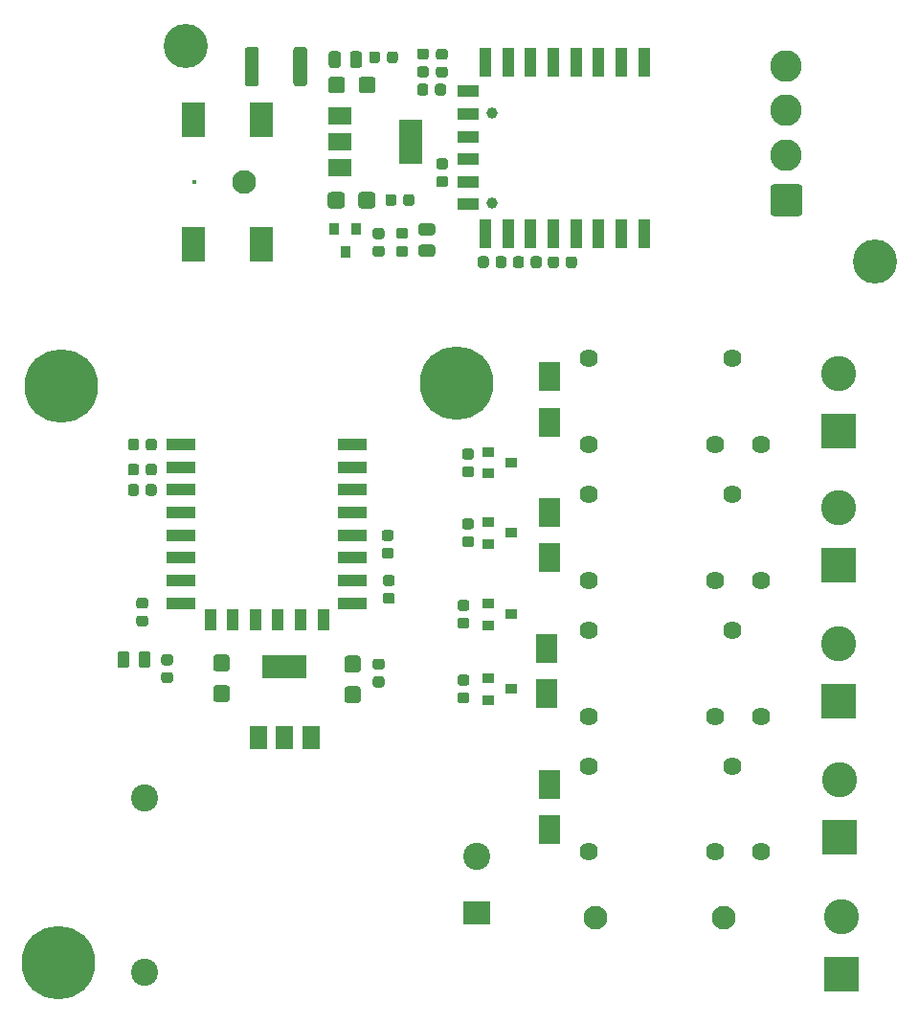
<source format=gbr>
G04 #@! TF.GenerationSoftware,KiCad,Pcbnew,(5.1.6)-1*
G04 #@! TF.CreationDate,2021-01-22T22:35:21+07:00*
G04 #@! TF.ProjectId,penelize-esp-led-strip,70656e65-6c69-47a6-952d-6573702d6c65,rev?*
G04 #@! TF.SameCoordinates,Original*
G04 #@! TF.FileFunction,Soldermask,Top*
G04 #@! TF.FilePolarity,Negative*
%FSLAX46Y46*%
G04 Gerber Fmt 4.6, Leading zero omitted, Abs format (unit mm)*
G04 Created by KiCad (PCBNEW (5.1.6)-1) date 2021-01-22 22:35:21*
%MOMM*%
%LPD*%
G01*
G04 APERTURE LIST*
%ADD10R,1.900000X2.600000*%
%ADD11C,6.500000*%
%ADD12C,0.900000*%
%ADD13C,3.100000*%
%ADD14R,3.100000X3.100000*%
%ADD15C,2.400000*%
%ADD16R,2.400000X2.100000*%
%ADD17R,3.900000X2.100000*%
%ADD18R,1.600000X2.100000*%
%ADD19R,2.600000X1.100000*%
%ADD20R,1.100000X1.900000*%
%ADD21C,2.100000*%
%ADD22C,1.624000*%
%ADD23R,1.000000X0.900000*%
%ADD24C,3.900000*%
%ADD25O,0.400000X0.400000*%
%ADD26R,2.100000X3.100000*%
%ADD27C,2.800000*%
%ADD28C,1.000000*%
%ADD29R,0.900000X1.000000*%
%ADD30R,2.100000X3.900000*%
%ADD31R,2.100000X1.600000*%
%ADD32R,1.100000X2.600000*%
%ADD33R,1.900000X1.100000*%
G04 APERTURE END LIST*
G04 #@! TO.C,C1*
G36*
G01*
X97475000Y-92118750D02*
X97475000Y-92681250D01*
G75*
G02*
X97231250Y-92925000I-243750J0D01*
G01*
X96743750Y-92925000D01*
G75*
G02*
X96500000Y-92681250I0J243750D01*
G01*
X96500000Y-92118750D01*
G75*
G02*
X96743750Y-91875000I243750J0D01*
G01*
X97231250Y-91875000D01*
G75*
G02*
X97475000Y-92118750I0J-243750D01*
G01*
G37*
G36*
G01*
X95900000Y-92118750D02*
X95900000Y-92681250D01*
G75*
G02*
X95656250Y-92925000I-243750J0D01*
G01*
X95168750Y-92925000D01*
G75*
G02*
X94925000Y-92681250I0J243750D01*
G01*
X94925000Y-92118750D01*
G75*
G02*
X95168750Y-91875000I243750J0D01*
G01*
X95656250Y-91875000D01*
G75*
G02*
X95900000Y-92118750I0J-243750D01*
G01*
G37*
G04 #@! TD*
G04 #@! TO.C,C2*
G36*
G01*
X117381250Y-110087500D02*
X116818750Y-110087500D01*
G75*
G02*
X116575000Y-109843750I0J243750D01*
G01*
X116575000Y-109356250D01*
G75*
G02*
X116818750Y-109112500I243750J0D01*
G01*
X117381250Y-109112500D01*
G75*
G02*
X117625000Y-109356250I0J-243750D01*
G01*
X117625000Y-109843750D01*
G75*
G02*
X117381250Y-110087500I-243750J0D01*
G01*
G37*
G36*
G01*
X117381250Y-111662500D02*
X116818750Y-111662500D01*
G75*
G02*
X116575000Y-111418750I0J243750D01*
G01*
X116575000Y-110931250D01*
G75*
G02*
X116818750Y-110687500I243750J0D01*
G01*
X117381250Y-110687500D01*
G75*
G02*
X117625000Y-110931250I0J-243750D01*
G01*
X117625000Y-111418750D01*
G75*
G02*
X117381250Y-111662500I-243750J0D01*
G01*
G37*
G04 #@! TD*
G04 #@! TO.C,C3*
G36*
G01*
X115256482Y-110350000D02*
X114343518Y-110350000D01*
G75*
G02*
X114075000Y-110081482I0J268518D01*
G01*
X114075000Y-109118518D01*
G75*
G02*
X114343518Y-108850000I268518J0D01*
G01*
X115256482Y-108850000D01*
G75*
G02*
X115525000Y-109118518I0J-268518D01*
G01*
X115525000Y-110081482D01*
G75*
G02*
X115256482Y-110350000I-268518J0D01*
G01*
G37*
G36*
G01*
X115256482Y-113050000D02*
X114343518Y-113050000D01*
G75*
G02*
X114075000Y-112781482I0J268518D01*
G01*
X114075000Y-111818518D01*
G75*
G02*
X114343518Y-111550000I268518J0D01*
G01*
X115256482Y-111550000D01*
G75*
G02*
X115525000Y-111818518I0J-268518D01*
G01*
X115525000Y-112781482D01*
G75*
G02*
X115256482Y-113050000I-268518J0D01*
G01*
G37*
G04 #@! TD*
G04 #@! TO.C,C4*
G36*
G01*
X102743518Y-108750000D02*
X103656482Y-108750000D01*
G75*
G02*
X103925000Y-109018518I0J-268518D01*
G01*
X103925000Y-109981482D01*
G75*
G02*
X103656482Y-110250000I-268518J0D01*
G01*
X102743518Y-110250000D01*
G75*
G02*
X102475000Y-109981482I0J268518D01*
G01*
X102475000Y-109018518D01*
G75*
G02*
X102743518Y-108750000I268518J0D01*
G01*
G37*
G36*
G01*
X102743518Y-111450000D02*
X103656482Y-111450000D01*
G75*
G02*
X103925000Y-111718518I0J-268518D01*
G01*
X103925000Y-112681482D01*
G75*
G02*
X103656482Y-112950000I-268518J0D01*
G01*
X102743518Y-112950000D01*
G75*
G02*
X102475000Y-112681482I0J268518D01*
G01*
X102475000Y-111718518D01*
G75*
G02*
X102743518Y-111450000I268518J0D01*
G01*
G37*
G04 #@! TD*
G04 #@! TO.C,C5*
G36*
G01*
X95918750Y-103725000D02*
X96481250Y-103725000D01*
G75*
G02*
X96725000Y-103968750I0J-243750D01*
G01*
X96725000Y-104456250D01*
G75*
G02*
X96481250Y-104700000I-243750J0D01*
G01*
X95918750Y-104700000D01*
G75*
G02*
X95675000Y-104456250I0J243750D01*
G01*
X95675000Y-103968750D01*
G75*
G02*
X95918750Y-103725000I243750J0D01*
G01*
G37*
G36*
G01*
X95918750Y-105300000D02*
X96481250Y-105300000D01*
G75*
G02*
X96725000Y-105543750I0J-243750D01*
G01*
X96725000Y-106031250D01*
G75*
G02*
X96481250Y-106275000I-243750J0D01*
G01*
X95918750Y-106275000D01*
G75*
G02*
X95675000Y-106031250I0J243750D01*
G01*
X95675000Y-105543750D01*
G75*
G02*
X95918750Y-105300000I243750J0D01*
G01*
G37*
G04 #@! TD*
G04 #@! TO.C,D1*
G36*
G01*
X93987500Y-109681250D02*
X93987500Y-108718750D01*
G75*
G02*
X94256250Y-108450000I268750J0D01*
G01*
X94793750Y-108450000D01*
G75*
G02*
X95062500Y-108718750I0J-268750D01*
G01*
X95062500Y-109681250D01*
G75*
G02*
X94793750Y-109950000I-268750J0D01*
G01*
X94256250Y-109950000D01*
G75*
G02*
X93987500Y-109681250I0J268750D01*
G01*
G37*
G36*
G01*
X95862500Y-109681250D02*
X95862500Y-108718750D01*
G75*
G02*
X96131250Y-108450000I268750J0D01*
G01*
X96668750Y-108450000D01*
G75*
G02*
X96937500Y-108718750I0J-268750D01*
G01*
X96937500Y-109681250D01*
G75*
G02*
X96668750Y-109950000I-268750J0D01*
G01*
X96131250Y-109950000D01*
G75*
G02*
X95862500Y-109681250I0J268750D01*
G01*
G37*
G04 #@! TD*
D10*
G04 #@! TO.C,D2*
X132000000Y-112200000D03*
X132000000Y-108200000D03*
G04 #@! TD*
G04 #@! TO.C,D3*
X132200000Y-84200000D03*
X132200000Y-88200000D03*
G04 #@! TD*
G04 #@! TO.C,D4*
X132200000Y-124200000D03*
X132200000Y-120200000D03*
G04 #@! TD*
G04 #@! TO.C,D5*
X132200000Y-96200000D03*
X132200000Y-100200000D03*
G04 #@! TD*
D11*
G04 #@! TO.C,H1*
X88800000Y-136000000D03*
D12*
X91200000Y-136000000D03*
X90497056Y-137697056D03*
X88800000Y-138400000D03*
X87102944Y-137697056D03*
X86400000Y-136000000D03*
X87102944Y-134302944D03*
X88800000Y-133600000D03*
X90497056Y-134302944D03*
G04 #@! TD*
G04 #@! TO.C,H2*
X125697056Y-83102944D03*
X124000000Y-82400000D03*
X122302944Y-83102944D03*
X121600000Y-84800000D03*
X122302944Y-86497056D03*
X124000000Y-87200000D03*
X125697056Y-86497056D03*
X126400000Y-84800000D03*
D11*
X124000000Y-84800000D03*
G04 #@! TD*
D13*
G04 #@! TO.C,J2*
X157800000Y-107800000D03*
D14*
X157800000Y-112880000D03*
G04 #@! TD*
G04 #@! TO.C,J3*
X157750000Y-89030000D03*
D13*
X157750000Y-83950000D03*
G04 #@! TD*
G04 #@! TO.C,J4*
X158000000Y-131920000D03*
D14*
X158000000Y-137000000D03*
G04 #@! TD*
G04 #@! TO.C,J5*
X157850000Y-124880000D03*
D13*
X157850000Y-119800000D03*
G04 #@! TD*
D14*
G04 #@! TO.C,J6*
X157800000Y-100880000D03*
D13*
X157800000Y-95800000D03*
G04 #@! TD*
D15*
G04 #@! TO.C,PS1*
X96400000Y-136800000D03*
D16*
X125800000Y-131600000D03*
D15*
X125800000Y-126600000D03*
X96400000Y-121400000D03*
G04 #@! TD*
G04 #@! TO.C,R1*
G36*
G01*
X96500000Y-94481250D02*
X96500000Y-93918750D01*
G75*
G02*
X96743750Y-93675000I243750J0D01*
G01*
X97231250Y-93675000D01*
G75*
G02*
X97475000Y-93918750I0J-243750D01*
G01*
X97475000Y-94481250D01*
G75*
G02*
X97231250Y-94725000I-243750J0D01*
G01*
X96743750Y-94725000D01*
G75*
G02*
X96500000Y-94481250I0J243750D01*
G01*
G37*
G36*
G01*
X94925000Y-94481250D02*
X94925000Y-93918750D01*
G75*
G02*
X95168750Y-93675000I243750J0D01*
G01*
X95656250Y-93675000D01*
G75*
G02*
X95900000Y-93918750I0J-243750D01*
G01*
X95900000Y-94481250D01*
G75*
G02*
X95656250Y-94725000I-243750J0D01*
G01*
X95168750Y-94725000D01*
G75*
G02*
X94925000Y-94481250I0J243750D01*
G01*
G37*
G04 #@! TD*
G04 #@! TO.C,R2*
G36*
G01*
X94937500Y-90481250D02*
X94937500Y-89918750D01*
G75*
G02*
X95181250Y-89675000I243750J0D01*
G01*
X95668750Y-89675000D01*
G75*
G02*
X95912500Y-89918750I0J-243750D01*
G01*
X95912500Y-90481250D01*
G75*
G02*
X95668750Y-90725000I-243750J0D01*
G01*
X95181250Y-90725000D01*
G75*
G02*
X94937500Y-90481250I0J243750D01*
G01*
G37*
G36*
G01*
X96512500Y-90481250D02*
X96512500Y-89918750D01*
G75*
G02*
X96756250Y-89675000I243750J0D01*
G01*
X97243750Y-89675000D01*
G75*
G02*
X97487500Y-89918750I0J-243750D01*
G01*
X97487500Y-90481250D01*
G75*
G02*
X97243750Y-90725000I-243750J0D01*
G01*
X96756250Y-90725000D01*
G75*
G02*
X96512500Y-90481250I0J243750D01*
G01*
G37*
G04 #@! TD*
G04 #@! TO.C,R3*
G36*
G01*
X117718750Y-101725000D02*
X118281250Y-101725000D01*
G75*
G02*
X118525000Y-101968750I0J-243750D01*
G01*
X118525000Y-102456250D01*
G75*
G02*
X118281250Y-102700000I-243750J0D01*
G01*
X117718750Y-102700000D01*
G75*
G02*
X117475000Y-102456250I0J243750D01*
G01*
X117475000Y-101968750D01*
G75*
G02*
X117718750Y-101725000I243750J0D01*
G01*
G37*
G36*
G01*
X117718750Y-103300000D02*
X118281250Y-103300000D01*
G75*
G02*
X118525000Y-103543750I0J-243750D01*
G01*
X118525000Y-104031250D01*
G75*
G02*
X118281250Y-104275000I-243750J0D01*
G01*
X117718750Y-104275000D01*
G75*
G02*
X117475000Y-104031250I0J243750D01*
G01*
X117475000Y-103543750D01*
G75*
G02*
X117718750Y-103300000I243750J0D01*
G01*
G37*
G04 #@! TD*
G04 #@! TO.C,R4*
G36*
G01*
X118181250Y-98700000D02*
X117618750Y-98700000D01*
G75*
G02*
X117375000Y-98456250I0J243750D01*
G01*
X117375000Y-97968750D01*
G75*
G02*
X117618750Y-97725000I243750J0D01*
G01*
X118181250Y-97725000D01*
G75*
G02*
X118425000Y-97968750I0J-243750D01*
G01*
X118425000Y-98456250D01*
G75*
G02*
X118181250Y-98700000I-243750J0D01*
G01*
G37*
G36*
G01*
X118181250Y-100275000D02*
X117618750Y-100275000D01*
G75*
G02*
X117375000Y-100031250I0J243750D01*
G01*
X117375000Y-99543750D01*
G75*
G02*
X117618750Y-99300000I243750J0D01*
G01*
X118181250Y-99300000D01*
G75*
G02*
X118425000Y-99543750I0J-243750D01*
G01*
X118425000Y-100031250D01*
G75*
G02*
X118181250Y-100275000I-243750J0D01*
G01*
G37*
G04 #@! TD*
G04 #@! TO.C,R5*
G36*
G01*
X98681250Y-111275000D02*
X98118750Y-111275000D01*
G75*
G02*
X97875000Y-111031250I0J243750D01*
G01*
X97875000Y-110543750D01*
G75*
G02*
X98118750Y-110300000I243750J0D01*
G01*
X98681250Y-110300000D01*
G75*
G02*
X98925000Y-110543750I0J-243750D01*
G01*
X98925000Y-111031250D01*
G75*
G02*
X98681250Y-111275000I-243750J0D01*
G01*
G37*
G36*
G01*
X98681250Y-109700000D02*
X98118750Y-109700000D01*
G75*
G02*
X97875000Y-109456250I0J243750D01*
G01*
X97875000Y-108968750D01*
G75*
G02*
X98118750Y-108725000I243750J0D01*
G01*
X98681250Y-108725000D01*
G75*
G02*
X98925000Y-108968750I0J-243750D01*
G01*
X98925000Y-109456250D01*
G75*
G02*
X98681250Y-109700000I-243750J0D01*
G01*
G37*
G04 #@! TD*
G04 #@! TO.C,R6*
G36*
G01*
X124881250Y-104887500D02*
X124318750Y-104887500D01*
G75*
G02*
X124075000Y-104643750I0J243750D01*
G01*
X124075000Y-104156250D01*
G75*
G02*
X124318750Y-103912500I243750J0D01*
G01*
X124881250Y-103912500D01*
G75*
G02*
X125125000Y-104156250I0J-243750D01*
G01*
X125125000Y-104643750D01*
G75*
G02*
X124881250Y-104887500I-243750J0D01*
G01*
G37*
G36*
G01*
X124881250Y-106462500D02*
X124318750Y-106462500D01*
G75*
G02*
X124075000Y-106218750I0J243750D01*
G01*
X124075000Y-105731250D01*
G75*
G02*
X124318750Y-105487500I243750J0D01*
G01*
X124881250Y-105487500D01*
G75*
G02*
X125125000Y-105731250I0J-243750D01*
G01*
X125125000Y-106218750D01*
G75*
G02*
X124881250Y-106462500I-243750J0D01*
G01*
G37*
G04 #@! TD*
G04 #@! TO.C,R7*
G36*
G01*
X125281250Y-93087500D02*
X124718750Y-93087500D01*
G75*
G02*
X124475000Y-92843750I0J243750D01*
G01*
X124475000Y-92356250D01*
G75*
G02*
X124718750Y-92112500I243750J0D01*
G01*
X125281250Y-92112500D01*
G75*
G02*
X125525000Y-92356250I0J-243750D01*
G01*
X125525000Y-92843750D01*
G75*
G02*
X125281250Y-93087500I-243750J0D01*
G01*
G37*
G36*
G01*
X125281250Y-91512500D02*
X124718750Y-91512500D01*
G75*
G02*
X124475000Y-91268750I0J243750D01*
G01*
X124475000Y-90781250D01*
G75*
G02*
X124718750Y-90537500I243750J0D01*
G01*
X125281250Y-90537500D01*
G75*
G02*
X125525000Y-90781250I0J-243750D01*
G01*
X125525000Y-91268750D01*
G75*
G02*
X125281250Y-91512500I-243750J0D01*
G01*
G37*
G04 #@! TD*
G04 #@! TO.C,R8*
G36*
G01*
X124881250Y-113075000D02*
X124318750Y-113075000D01*
G75*
G02*
X124075000Y-112831250I0J243750D01*
G01*
X124075000Y-112343750D01*
G75*
G02*
X124318750Y-112100000I243750J0D01*
G01*
X124881250Y-112100000D01*
G75*
G02*
X125125000Y-112343750I0J-243750D01*
G01*
X125125000Y-112831250D01*
G75*
G02*
X124881250Y-113075000I-243750J0D01*
G01*
G37*
G36*
G01*
X124881250Y-111500000D02*
X124318750Y-111500000D01*
G75*
G02*
X124075000Y-111256250I0J243750D01*
G01*
X124075000Y-110768750D01*
G75*
G02*
X124318750Y-110525000I243750J0D01*
G01*
X124881250Y-110525000D01*
G75*
G02*
X125125000Y-110768750I0J-243750D01*
G01*
X125125000Y-111256250D01*
G75*
G02*
X124881250Y-111500000I-243750J0D01*
G01*
G37*
G04 #@! TD*
G04 #@! TO.C,R9*
G36*
G01*
X125281250Y-97687500D02*
X124718750Y-97687500D01*
G75*
G02*
X124475000Y-97443750I0J243750D01*
G01*
X124475000Y-96956250D01*
G75*
G02*
X124718750Y-96712500I243750J0D01*
G01*
X125281250Y-96712500D01*
G75*
G02*
X125525000Y-96956250I0J-243750D01*
G01*
X125525000Y-97443750D01*
G75*
G02*
X125281250Y-97687500I-243750J0D01*
G01*
G37*
G36*
G01*
X125281250Y-99262500D02*
X124718750Y-99262500D01*
G75*
G02*
X124475000Y-99018750I0J243750D01*
G01*
X124475000Y-98531250D01*
G75*
G02*
X124718750Y-98287500I243750J0D01*
G01*
X125281250Y-98287500D01*
G75*
G02*
X125525000Y-98531250I0J-243750D01*
G01*
X125525000Y-99018750D01*
G75*
G02*
X125281250Y-99262500I-243750J0D01*
G01*
G37*
G04 #@! TD*
D17*
G04 #@! TO.C,U1*
X108800000Y-109800000D03*
D18*
X108800000Y-116100000D03*
X111100000Y-116100000D03*
X106500000Y-116100000D03*
G04 #@! TD*
D19*
G04 #@! TO.C,U2*
X99600000Y-90200000D03*
X99600000Y-92200000D03*
X99600000Y-94200000D03*
X99600000Y-96200000D03*
X99600000Y-98200000D03*
X99600000Y-100200000D03*
X99600000Y-102200000D03*
X99600000Y-104200000D03*
D20*
X102200000Y-105700000D03*
X104200000Y-105700000D03*
X106200000Y-105700000D03*
X108200000Y-105700000D03*
X110200000Y-105700000D03*
X112200000Y-105700000D03*
D19*
X114800000Y-104200000D03*
X114800000Y-102200000D03*
X114800000Y-100200000D03*
X114800000Y-98200000D03*
X114800000Y-96200000D03*
X114800000Y-94200000D03*
X114800000Y-92200000D03*
X114800000Y-90200000D03*
G04 #@! TD*
D21*
G04 #@! TO.C,F1*
X136250000Y-132000000D03*
X147650000Y-132000000D03*
G04 #@! TD*
D22*
G04 #@! TO.C,K1*
X150940000Y-114200000D03*
X146900000Y-114200000D03*
X148400000Y-106600000D03*
X135700000Y-114200000D03*
X135700000Y-106600000D03*
G04 #@! TD*
G04 #@! TO.C,K2*
X135700000Y-82600000D03*
X135700000Y-90200000D03*
X148400000Y-82600000D03*
X146900000Y-90200000D03*
X150940000Y-90200000D03*
G04 #@! TD*
G04 #@! TO.C,K3*
X135700000Y-118600000D03*
X135700000Y-126200000D03*
X148400000Y-118600000D03*
X146900000Y-126200000D03*
X150940000Y-126200000D03*
G04 #@! TD*
G04 #@! TO.C,K4*
X150890000Y-102200000D03*
X146850000Y-102200000D03*
X148350000Y-94600000D03*
X135650000Y-102200000D03*
X135650000Y-94600000D03*
G04 #@! TD*
D23*
G04 #@! TO.C,Q1*
X128800000Y-105200000D03*
X126800000Y-106150000D03*
X126800000Y-104250000D03*
G04 #@! TD*
G04 #@! TO.C,Q2*
X126800000Y-90850000D03*
X126800000Y-92750000D03*
X128800000Y-91800000D03*
G04 #@! TD*
G04 #@! TO.C,Q3*
X126800000Y-110850000D03*
X126800000Y-112750000D03*
X128800000Y-111800000D03*
G04 #@! TD*
G04 #@! TO.C,Q4*
X128800000Y-98000000D03*
X126800000Y-98950000D03*
X126800000Y-97050000D03*
G04 #@! TD*
D11*
G04 #@! TO.C,H3*
X89000000Y-85000000D03*
D12*
X91400000Y-85000000D03*
X90697056Y-86697056D03*
X89000000Y-87400000D03*
X87302944Y-86697056D03*
X86600000Y-85000000D03*
X87302944Y-83302944D03*
X89000000Y-82600000D03*
X90697056Y-83302944D03*
G04 #@! TD*
G04 #@! TO.C,C1*
G36*
G01*
X115304860Y-69052682D02*
X115304860Y-68139718D01*
G75*
G02*
X115573378Y-67871200I268518J0D01*
G01*
X116536342Y-67871200D01*
G75*
G02*
X116804860Y-68139718I0J-268518D01*
G01*
X116804860Y-69052682D01*
G75*
G02*
X116536342Y-69321200I-268518J0D01*
G01*
X115573378Y-69321200D01*
G75*
G02*
X115304860Y-69052682I0J268518D01*
G01*
G37*
G36*
G01*
X112604860Y-69052682D02*
X112604860Y-68139718D01*
G75*
G02*
X112873378Y-67871200I268518J0D01*
G01*
X113836342Y-67871200D01*
G75*
G02*
X114104860Y-68139718I0J-268518D01*
G01*
X114104860Y-69052682D01*
G75*
G02*
X113836342Y-69321200I-268518J0D01*
G01*
X112873378Y-69321200D01*
G75*
G02*
X112604860Y-69052682I0J268518D01*
G01*
G37*
G04 #@! TD*
G04 #@! TO.C,C2*
G36*
G01*
X118678400Y-68287010D02*
X118678400Y-68849510D01*
G75*
G02*
X118434650Y-69093260I-243750J0D01*
G01*
X117947150Y-69093260D01*
G75*
G02*
X117703400Y-68849510I0J243750D01*
G01*
X117703400Y-68287010D01*
G75*
G02*
X117947150Y-68043260I243750J0D01*
G01*
X118434650Y-68043260D01*
G75*
G02*
X118678400Y-68287010I0J-243750D01*
G01*
G37*
G36*
G01*
X120253400Y-68287010D02*
X120253400Y-68849510D01*
G75*
G02*
X120009650Y-69093260I-243750J0D01*
G01*
X119522150Y-69093260D01*
G75*
G02*
X119278400Y-68849510I0J243750D01*
G01*
X119278400Y-68287010D01*
G75*
G02*
X119522150Y-68043260I243750J0D01*
G01*
X120009650Y-68043260D01*
G75*
G02*
X120253400Y-68287010I0J-243750D01*
G01*
G37*
G04 #@! TD*
G04 #@! TO.C,C3*
G36*
G01*
X116835340Y-57961938D02*
X116835340Y-58874902D01*
G75*
G02*
X116566822Y-59143420I-268518J0D01*
G01*
X115603858Y-59143420D01*
G75*
G02*
X115335340Y-58874902I0J268518D01*
G01*
X115335340Y-57961938D01*
G75*
G02*
X115603858Y-57693420I268518J0D01*
G01*
X116566822Y-57693420D01*
G75*
G02*
X116835340Y-57961938I0J-268518D01*
G01*
G37*
G36*
G01*
X114135340Y-57961938D02*
X114135340Y-58874902D01*
G75*
G02*
X113866822Y-59143420I-268518J0D01*
G01*
X112903858Y-59143420D01*
G75*
G02*
X112635340Y-58874902I0J268518D01*
G01*
X112635340Y-57961938D01*
G75*
G02*
X112903858Y-57693420I268518J0D01*
G01*
X113866822Y-57693420D01*
G75*
G02*
X114135340Y-57961938I0J-268518D01*
G01*
G37*
G04 #@! TD*
G04 #@! TO.C,C4*
G36*
G01*
X120512540Y-59103530D02*
X120512540Y-58541030D01*
G75*
G02*
X120756290Y-58297280I243750J0D01*
G01*
X121243790Y-58297280D01*
G75*
G02*
X121487540Y-58541030I0J-243750D01*
G01*
X121487540Y-59103530D01*
G75*
G02*
X121243790Y-59347280I-243750J0D01*
G01*
X120756290Y-59347280D01*
G75*
G02*
X120512540Y-59103530I0J243750D01*
G01*
G37*
G36*
G01*
X122087540Y-59103530D02*
X122087540Y-58541030D01*
G75*
G02*
X122331290Y-58297280I243750J0D01*
G01*
X122818790Y-58297280D01*
G75*
G02*
X123062540Y-58541030I0J-243750D01*
G01*
X123062540Y-59103530D01*
G75*
G02*
X122818790Y-59347280I-243750J0D01*
G01*
X122331290Y-59347280D01*
G75*
G02*
X122087540Y-59103530I0J243750D01*
G01*
G37*
G04 #@! TD*
G04 #@! TO.C,C5*
G36*
G01*
X120874590Y-70643940D02*
X121837090Y-70643940D01*
G75*
G02*
X122105840Y-70912690I0J-268750D01*
G01*
X122105840Y-71450190D01*
G75*
G02*
X121837090Y-71718940I-268750J0D01*
G01*
X120874590Y-71718940D01*
G75*
G02*
X120605840Y-71450190I0J268750D01*
G01*
X120605840Y-70912690D01*
G75*
G02*
X120874590Y-70643940I268750J0D01*
G01*
G37*
G36*
G01*
X120874590Y-72518940D02*
X121837090Y-72518940D01*
G75*
G02*
X122105840Y-72787690I0J-268750D01*
G01*
X122105840Y-73325190D01*
G75*
G02*
X121837090Y-73593940I-268750J0D01*
G01*
X120874590Y-73593940D01*
G75*
G02*
X120605840Y-73325190I0J268750D01*
G01*
X120605840Y-72787690D01*
G75*
G02*
X120874590Y-72518940I268750J0D01*
G01*
G37*
G04 #@! TD*
G04 #@! TO.C,C6*
G36*
G01*
X122418250Y-56783040D02*
X122980750Y-56783040D01*
G75*
G02*
X123224500Y-57026790I0J-243750D01*
G01*
X123224500Y-57514290D01*
G75*
G02*
X122980750Y-57758040I-243750J0D01*
G01*
X122418250Y-57758040D01*
G75*
G02*
X122174500Y-57514290I0J243750D01*
G01*
X122174500Y-57026790D01*
G75*
G02*
X122418250Y-56783040I243750J0D01*
G01*
G37*
G36*
G01*
X122418250Y-55208040D02*
X122980750Y-55208040D01*
G75*
G02*
X123224500Y-55451790I0J-243750D01*
G01*
X123224500Y-55939290D01*
G75*
G02*
X122980750Y-56183040I-243750J0D01*
G01*
X122418250Y-56183040D01*
G75*
G02*
X122174500Y-55939290I0J243750D01*
G01*
X122174500Y-55451790D01*
G75*
G02*
X122418250Y-55208040I243750J0D01*
G01*
G37*
G04 #@! TD*
G04 #@! TO.C,C7*
G36*
G01*
X120734230Y-55185080D02*
X121296730Y-55185080D01*
G75*
G02*
X121540480Y-55428830I0J-243750D01*
G01*
X121540480Y-55916330D01*
G75*
G02*
X121296730Y-56160080I-243750J0D01*
G01*
X120734230Y-56160080D01*
G75*
G02*
X120490480Y-55916330I0J243750D01*
G01*
X120490480Y-55428830D01*
G75*
G02*
X120734230Y-55185080I243750J0D01*
G01*
G37*
G36*
G01*
X120734230Y-56760080D02*
X121296730Y-56760080D01*
G75*
G02*
X121540480Y-57003830I0J-243750D01*
G01*
X121540480Y-57491330D01*
G75*
G02*
X121296730Y-57735080I-243750J0D01*
G01*
X120734230Y-57735080D01*
G75*
G02*
X120490480Y-57491330I0J243750D01*
G01*
X120490480Y-57003830D01*
G75*
G02*
X120734230Y-56760080I243750J0D01*
G01*
G37*
G04 #@! TD*
G04 #@! TO.C,D1*
G36*
G01*
X112687320Y-56646690D02*
X112687320Y-55684190D01*
G75*
G02*
X112956070Y-55415440I268750J0D01*
G01*
X113493570Y-55415440D01*
G75*
G02*
X113762320Y-55684190I0J-268750D01*
G01*
X113762320Y-56646690D01*
G75*
G02*
X113493570Y-56915440I-268750J0D01*
G01*
X112956070Y-56915440D01*
G75*
G02*
X112687320Y-56646690I0J268750D01*
G01*
G37*
G36*
G01*
X114562320Y-56646690D02*
X114562320Y-55684190D01*
G75*
G02*
X114831070Y-55415440I268750J0D01*
G01*
X115368570Y-55415440D01*
G75*
G02*
X115637320Y-55684190I0J-268750D01*
G01*
X115637320Y-56646690D01*
G75*
G02*
X115368570Y-56915440I-268750J0D01*
G01*
X114831070Y-56915440D01*
G75*
G02*
X114562320Y-56646690I0J268750D01*
G01*
G37*
G04 #@! TD*
G04 #@! TO.C,F1*
G36*
G01*
X105274560Y-58262979D02*
X105274560Y-55307421D01*
G75*
G02*
X105546781Y-55035200I272221J0D01*
G01*
X106227339Y-55035200D01*
G75*
G02*
X106499560Y-55307421I0J-272221D01*
G01*
X106499560Y-58262979D01*
G75*
G02*
X106227339Y-58535200I-272221J0D01*
G01*
X105546781Y-58535200D01*
G75*
G02*
X105274560Y-58262979I0J272221D01*
G01*
G37*
G36*
G01*
X109549560Y-58262979D02*
X109549560Y-55307421D01*
G75*
G02*
X109821781Y-55035200I272221J0D01*
G01*
X110502339Y-55035200D01*
G75*
G02*
X110774560Y-55307421I0J-272221D01*
G01*
X110774560Y-58262979D01*
G75*
G02*
X110502339Y-58535200I-272221J0D01*
G01*
X109821781Y-58535200D01*
G75*
G02*
X109549560Y-58262979I0J272221D01*
G01*
G37*
G04 #@! TD*
D24*
G04 #@! TO.C,H1*
X100000000Y-55000000D03*
G04 #@! TD*
G04 #@! TO.C,H2*
X161000000Y-74000000D03*
G04 #@! TD*
D25*
G04 #@! TO.C,J1*
X100787860Y-66971500D03*
D21*
X105187860Y-66971500D03*
D26*
X100687860Y-61471500D03*
X106687860Y-61471500D03*
X106687860Y-72471500D03*
X100687860Y-72471500D03*
G04 #@! TD*
G04 #@! TO.C,J3*
G36*
G01*
X154307540Y-69993940D02*
X152026060Y-69993940D01*
G75*
G02*
X151766800Y-69734680I0J259260D01*
G01*
X151766800Y-67453200D01*
G75*
G02*
X152026060Y-67193940I259260J0D01*
G01*
X154307540Y-67193940D01*
G75*
G02*
X154566800Y-67453200I0J-259260D01*
G01*
X154566800Y-69734680D01*
G75*
G02*
X154307540Y-69993940I-259260J0D01*
G01*
G37*
D27*
X153166800Y-64633940D03*
X153166800Y-60673940D03*
X153166800Y-56713940D03*
G04 #@! TD*
D28*
G04 #@! TO.C,J4*
X127091520Y-68867080D03*
X127091520Y-60867080D03*
G04 #@! TD*
D29*
G04 #@! TO.C,Q1*
X115102440Y-71128580D03*
X113202440Y-71128580D03*
X114152440Y-73128580D03*
G04 #@! TD*
G04 #@! TO.C,R1*
G36*
G01*
X118805700Y-55675910D02*
X118805700Y-56238410D01*
G75*
G02*
X118561950Y-56482160I-243750J0D01*
G01*
X118074450Y-56482160D01*
G75*
G02*
X117830700Y-56238410I0J243750D01*
G01*
X117830700Y-55675910D01*
G75*
G02*
X118074450Y-55432160I243750J0D01*
G01*
X118561950Y-55432160D01*
G75*
G02*
X118805700Y-55675910I0J-243750D01*
G01*
G37*
G36*
G01*
X117230700Y-55675910D02*
X117230700Y-56238410D01*
G75*
G02*
X116986950Y-56482160I-243750J0D01*
G01*
X116499450Y-56482160D01*
G75*
G02*
X116255700Y-56238410I0J243750D01*
G01*
X116255700Y-55675910D01*
G75*
G02*
X116499450Y-55432160I243750J0D01*
G01*
X116986950Y-55432160D01*
G75*
G02*
X117230700Y-55675910I0J-243750D01*
G01*
G37*
G04 #@! TD*
G04 #@! TO.C,R2*
G36*
G01*
X118895270Y-71039660D02*
X119457770Y-71039660D01*
G75*
G02*
X119701520Y-71283410I0J-243750D01*
G01*
X119701520Y-71770910D01*
G75*
G02*
X119457770Y-72014660I-243750J0D01*
G01*
X118895270Y-72014660D01*
G75*
G02*
X118651520Y-71770910I0J243750D01*
G01*
X118651520Y-71283410D01*
G75*
G02*
X118895270Y-71039660I243750J0D01*
G01*
G37*
G36*
G01*
X118895270Y-72614660D02*
X119457770Y-72614660D01*
G75*
G02*
X119701520Y-72858410I0J-243750D01*
G01*
X119701520Y-73345910D01*
G75*
G02*
X119457770Y-73589660I-243750J0D01*
G01*
X118895270Y-73589660D01*
G75*
G02*
X118651520Y-73345910I0J243750D01*
G01*
X118651520Y-72858410D01*
G75*
G02*
X118895270Y-72614660I243750J0D01*
G01*
G37*
G04 #@! TD*
G04 #@! TO.C,R3*
G36*
G01*
X116812470Y-72625020D02*
X117374970Y-72625020D01*
G75*
G02*
X117618720Y-72868770I0J-243750D01*
G01*
X117618720Y-73356270D01*
G75*
G02*
X117374970Y-73600020I-243750J0D01*
G01*
X116812470Y-73600020D01*
G75*
G02*
X116568720Y-73356270I0J243750D01*
G01*
X116568720Y-72868770D01*
G75*
G02*
X116812470Y-72625020I243750J0D01*
G01*
G37*
G36*
G01*
X116812470Y-71050020D02*
X117374970Y-71050020D01*
G75*
G02*
X117618720Y-71293770I0J-243750D01*
G01*
X117618720Y-71781270D01*
G75*
G02*
X117374970Y-72025020I-243750J0D01*
G01*
X116812470Y-72025020D01*
G75*
G02*
X116568720Y-71781270I0J243750D01*
G01*
X116568720Y-71293770D01*
G75*
G02*
X116812470Y-71050020I243750J0D01*
G01*
G37*
G04 #@! TD*
G04 #@! TO.C,R4*
G36*
G01*
X133059980Y-73793730D02*
X133059980Y-74356230D01*
G75*
G02*
X132816230Y-74599980I-243750J0D01*
G01*
X132328730Y-74599980D01*
G75*
G02*
X132084980Y-74356230I0J243750D01*
G01*
X132084980Y-73793730D01*
G75*
G02*
X132328730Y-73549980I243750J0D01*
G01*
X132816230Y-73549980D01*
G75*
G02*
X133059980Y-73793730I0J-243750D01*
G01*
G37*
G36*
G01*
X134634980Y-73793730D02*
X134634980Y-74356230D01*
G75*
G02*
X134391230Y-74599980I-243750J0D01*
G01*
X133903730Y-74599980D01*
G75*
G02*
X133659980Y-74356230I0J243750D01*
G01*
X133659980Y-73793730D01*
G75*
G02*
X133903730Y-73549980I243750J0D01*
G01*
X134391230Y-73549980D01*
G75*
G02*
X134634980Y-73793730I0J-243750D01*
G01*
G37*
G04 #@! TD*
G04 #@! TO.C,R5*
G36*
G01*
X128411780Y-73781030D02*
X128411780Y-74343530D01*
G75*
G02*
X128168030Y-74587280I-243750J0D01*
G01*
X127680530Y-74587280D01*
G75*
G02*
X127436780Y-74343530I0J243750D01*
G01*
X127436780Y-73781030D01*
G75*
G02*
X127680530Y-73537280I243750J0D01*
G01*
X128168030Y-73537280D01*
G75*
G02*
X128411780Y-73781030I0J-243750D01*
G01*
G37*
G36*
G01*
X126836780Y-73781030D02*
X126836780Y-74343530D01*
G75*
G02*
X126593030Y-74587280I-243750J0D01*
G01*
X126105530Y-74587280D01*
G75*
G02*
X125861780Y-74343530I0J243750D01*
G01*
X125861780Y-73781030D01*
G75*
G02*
X126105530Y-73537280I243750J0D01*
G01*
X126593030Y-73537280D01*
G75*
G02*
X126836780Y-73781030I0J-243750D01*
G01*
G37*
G04 #@! TD*
G04 #@! TO.C,R6*
G36*
G01*
X130555900Y-74351150D02*
X130555900Y-73788650D01*
G75*
G02*
X130799650Y-73544900I243750J0D01*
G01*
X131287150Y-73544900D01*
G75*
G02*
X131530900Y-73788650I0J-243750D01*
G01*
X131530900Y-74351150D01*
G75*
G02*
X131287150Y-74594900I-243750J0D01*
G01*
X130799650Y-74594900D01*
G75*
G02*
X130555900Y-74351150I0J243750D01*
G01*
G37*
G36*
G01*
X128980900Y-74351150D02*
X128980900Y-73788650D01*
G75*
G02*
X129224650Y-73544900I243750J0D01*
G01*
X129712150Y-73544900D01*
G75*
G02*
X129955900Y-73788650I0J-243750D01*
G01*
X129955900Y-74351150D01*
G75*
G02*
X129712150Y-74594900I-243750J0D01*
G01*
X129224650Y-74594900D01*
G75*
G02*
X128980900Y-74351150I0J243750D01*
G01*
G37*
G04 #@! TD*
G04 #@! TO.C,R7*
G36*
G01*
X123001070Y-67440320D02*
X122438570Y-67440320D01*
G75*
G02*
X122194820Y-67196570I0J243750D01*
G01*
X122194820Y-66709070D01*
G75*
G02*
X122438570Y-66465320I243750J0D01*
G01*
X123001070Y-66465320D01*
G75*
G02*
X123244820Y-66709070I0J-243750D01*
G01*
X123244820Y-67196570D01*
G75*
G02*
X123001070Y-67440320I-243750J0D01*
G01*
G37*
G36*
G01*
X123001070Y-65865320D02*
X122438570Y-65865320D01*
G75*
G02*
X122194820Y-65621570I0J243750D01*
G01*
X122194820Y-65134070D01*
G75*
G02*
X122438570Y-64890320I243750J0D01*
G01*
X123001070Y-64890320D01*
G75*
G02*
X123244820Y-65134070I0J-243750D01*
G01*
X123244820Y-65621570D01*
G75*
G02*
X123001070Y-65865320I-243750J0D01*
G01*
G37*
G04 #@! TD*
D30*
G04 #@! TO.C,U1*
X119957100Y-63422220D03*
D31*
X113657100Y-63422220D03*
X113657100Y-65722220D03*
X113657100Y-61122220D03*
G04 #@! TD*
D32*
G04 #@! TO.C,U2*
X140557740Y-56366100D03*
X138557740Y-56366100D03*
X136557740Y-56366100D03*
X134557740Y-56366100D03*
X132557740Y-56366100D03*
X130557740Y-56366100D03*
X128557740Y-56366100D03*
X126557740Y-56366100D03*
D33*
X125057740Y-58966100D03*
X125057740Y-60966100D03*
X125057740Y-62966100D03*
X125057740Y-64966100D03*
X125057740Y-66966100D03*
X125057740Y-68966100D03*
D32*
X126557740Y-71566100D03*
X128557740Y-71566100D03*
X130557740Y-71566100D03*
X132557740Y-71566100D03*
X134557740Y-71566100D03*
X136557740Y-71566100D03*
X138557740Y-71566100D03*
X140557740Y-71566100D03*
G04 #@! TD*
M02*

</source>
